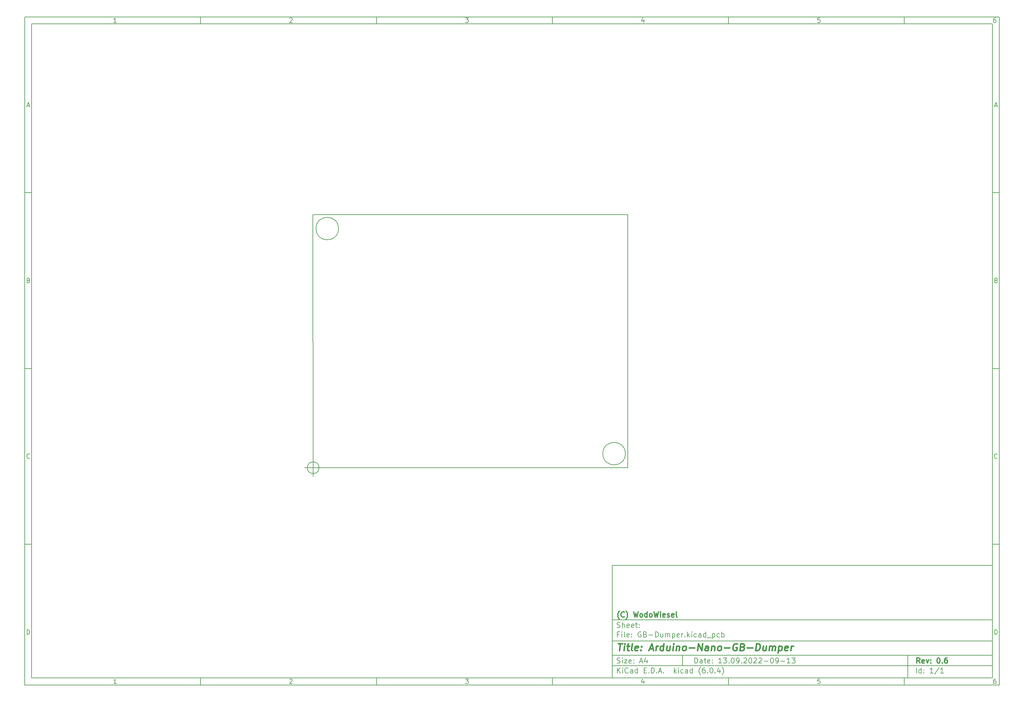
<source format=gbr>
%TF.GenerationSoftware,KiCad,Pcbnew,(6.0.4)*%
%TF.CreationDate,2022-10-03T14:38:54+02:00*%
%TF.ProjectId,GB-Dumper,47422d44-756d-4706-9572-2e6b69636164,0.6*%
%TF.SameCoordinates,PX57bcf00PY83cc3c0*%
%TF.FileFunction,Other,Comment*%
%FSLAX46Y46*%
G04 Gerber Fmt 4.6, Leading zero omitted, Abs format (unit mm)*
G04 Created by KiCad (PCBNEW (6.0.4)) date 2022-10-03 14:38:54*
%MOMM*%
%LPD*%
G01*
G04 APERTURE LIST*
%ADD10C,0.100000*%
%ADD11C,0.150000*%
%ADD12C,0.300000*%
%ADD13C,0.400000*%
%TA.AperFunction,Profile*%
%ADD14C,0.150000*%
%TD*%
G04 APERTURE END LIST*
D10*
D11*
X85002200Y-27807200D02*
X85002200Y-59807200D01*
X193002200Y-59807200D01*
X193002200Y-27807200D01*
X85002200Y-27807200D01*
D10*
D11*
X-82000000Y128200000D02*
X-82000000Y-61807200D01*
X195002200Y-61807200D01*
X195002200Y128200000D01*
X-82000000Y128200000D01*
D10*
D11*
X-80000000Y126200000D02*
X-80000000Y-59807200D01*
X193002200Y-59807200D01*
X193002200Y126200000D01*
X-80000000Y126200000D01*
D10*
D11*
X-32000000Y126200000D02*
X-32000000Y128200000D01*
D10*
D11*
X18000000Y126200000D02*
X18000000Y128200000D01*
D10*
D11*
X68000000Y126200000D02*
X68000000Y128200000D01*
D10*
D11*
X118000000Y126200000D02*
X118000000Y128200000D01*
D10*
D11*
X168000000Y126200000D02*
X168000000Y128200000D01*
D10*
D11*
X-55934524Y126611905D02*
X-56677381Y126611905D01*
X-56305953Y126611905D02*
X-56305953Y127911905D01*
X-56429762Y127726191D01*
X-56553572Y127602381D01*
X-56677381Y127540477D01*
D10*
D11*
X-6677381Y127788096D02*
X-6615477Y127850000D01*
X-6491667Y127911905D01*
X-6182143Y127911905D01*
X-6058334Y127850000D01*
X-5996429Y127788096D01*
X-5934524Y127664286D01*
X-5934524Y127540477D01*
X-5996429Y127354762D01*
X-6739286Y126611905D01*
X-5934524Y126611905D01*
D10*
D11*
X43260714Y127911905D02*
X44065476Y127911905D01*
X43632142Y127416667D01*
X43817857Y127416667D01*
X43941666Y127354762D01*
X44003571Y127292858D01*
X44065476Y127169048D01*
X44065476Y126859524D01*
X44003571Y126735715D01*
X43941666Y126673810D01*
X43817857Y126611905D01*
X43446428Y126611905D01*
X43322619Y126673810D01*
X43260714Y126735715D01*
D10*
D11*
X93941666Y127478572D02*
X93941666Y126611905D01*
X93632142Y127973810D02*
X93322619Y127045239D01*
X94127380Y127045239D01*
D10*
D11*
X144003571Y127911905D02*
X143384523Y127911905D01*
X143322619Y127292858D01*
X143384523Y127354762D01*
X143508333Y127416667D01*
X143817857Y127416667D01*
X143941666Y127354762D01*
X144003571Y127292858D01*
X144065476Y127169048D01*
X144065476Y126859524D01*
X144003571Y126735715D01*
X143941666Y126673810D01*
X143817857Y126611905D01*
X143508333Y126611905D01*
X143384523Y126673810D01*
X143322619Y126735715D01*
D10*
D11*
X193941666Y127911905D02*
X193694047Y127911905D01*
X193570238Y127850000D01*
X193508333Y127788096D01*
X193384523Y127602381D01*
X193322619Y127354762D01*
X193322619Y126859524D01*
X193384523Y126735715D01*
X193446428Y126673810D01*
X193570238Y126611905D01*
X193817857Y126611905D01*
X193941666Y126673810D01*
X194003571Y126735715D01*
X194065476Y126859524D01*
X194065476Y127169048D01*
X194003571Y127292858D01*
X193941666Y127354762D01*
X193817857Y127416667D01*
X193570238Y127416667D01*
X193446428Y127354762D01*
X193384523Y127292858D01*
X193322619Y127169048D01*
D10*
D11*
X-32000000Y-59807200D02*
X-32000000Y-61807200D01*
D10*
D11*
X18000000Y-59807200D02*
X18000000Y-61807200D01*
D10*
D11*
X68000000Y-59807200D02*
X68000000Y-61807200D01*
D10*
D11*
X118000000Y-59807200D02*
X118000000Y-61807200D01*
D10*
D11*
X168000000Y-59807200D02*
X168000000Y-61807200D01*
D10*
D11*
X-55934524Y-61395295D02*
X-56677381Y-61395295D01*
X-56305953Y-61395295D02*
X-56305953Y-60095295D01*
X-56429762Y-60281009D01*
X-56553572Y-60404819D01*
X-56677381Y-60466723D01*
D10*
D11*
X-6677381Y-60219104D02*
X-6615477Y-60157200D01*
X-6491667Y-60095295D01*
X-6182143Y-60095295D01*
X-6058334Y-60157200D01*
X-5996429Y-60219104D01*
X-5934524Y-60342914D01*
X-5934524Y-60466723D01*
X-5996429Y-60652438D01*
X-6739286Y-61395295D01*
X-5934524Y-61395295D01*
D10*
D11*
X43260714Y-60095295D02*
X44065476Y-60095295D01*
X43632142Y-60590533D01*
X43817857Y-60590533D01*
X43941666Y-60652438D01*
X44003571Y-60714342D01*
X44065476Y-60838152D01*
X44065476Y-61147676D01*
X44003571Y-61271485D01*
X43941666Y-61333390D01*
X43817857Y-61395295D01*
X43446428Y-61395295D01*
X43322619Y-61333390D01*
X43260714Y-61271485D01*
D10*
D11*
X93941666Y-60528628D02*
X93941666Y-61395295D01*
X93632142Y-60033390D02*
X93322619Y-60961961D01*
X94127380Y-60961961D01*
D10*
D11*
X144003571Y-60095295D02*
X143384523Y-60095295D01*
X143322619Y-60714342D01*
X143384523Y-60652438D01*
X143508333Y-60590533D01*
X143817857Y-60590533D01*
X143941666Y-60652438D01*
X144003571Y-60714342D01*
X144065476Y-60838152D01*
X144065476Y-61147676D01*
X144003571Y-61271485D01*
X143941666Y-61333390D01*
X143817857Y-61395295D01*
X143508333Y-61395295D01*
X143384523Y-61333390D01*
X143322619Y-61271485D01*
D10*
D11*
X193941666Y-60095295D02*
X193694047Y-60095295D01*
X193570238Y-60157200D01*
X193508333Y-60219104D01*
X193384523Y-60404819D01*
X193322619Y-60652438D01*
X193322619Y-61147676D01*
X193384523Y-61271485D01*
X193446428Y-61333390D01*
X193570238Y-61395295D01*
X193817857Y-61395295D01*
X193941666Y-61333390D01*
X194003571Y-61271485D01*
X194065476Y-61147676D01*
X194065476Y-60838152D01*
X194003571Y-60714342D01*
X193941666Y-60652438D01*
X193817857Y-60590533D01*
X193570238Y-60590533D01*
X193446428Y-60652438D01*
X193384523Y-60714342D01*
X193322619Y-60838152D01*
D10*
D11*
X-82000000Y78200000D02*
X-80000000Y78200000D01*
D10*
D11*
X-82000000Y28200000D02*
X-80000000Y28200000D01*
D10*
D11*
X-82000000Y-21800000D02*
X-80000000Y-21800000D01*
D10*
D11*
X-81309524Y102983334D02*
X-80690477Y102983334D01*
X-81433334Y102611905D02*
X-81000000Y103911905D01*
X-80566667Y102611905D01*
D10*
D11*
X-80907143Y53292858D02*
X-80721429Y53230953D01*
X-80659524Y53169048D01*
X-80597620Y53045239D01*
X-80597620Y52859524D01*
X-80659524Y52735715D01*
X-80721429Y52673810D01*
X-80845239Y52611905D01*
X-81340477Y52611905D01*
X-81340477Y53911905D01*
X-80907143Y53911905D01*
X-80783334Y53850000D01*
X-80721429Y53788096D01*
X-80659524Y53664286D01*
X-80659524Y53540477D01*
X-80721429Y53416667D01*
X-80783334Y53354762D01*
X-80907143Y53292858D01*
X-81340477Y53292858D01*
D10*
D11*
X-80597620Y2735715D02*
X-80659524Y2673810D01*
X-80845239Y2611905D01*
X-80969048Y2611905D01*
X-81154762Y2673810D01*
X-81278572Y2797620D01*
X-81340477Y2921429D01*
X-81402381Y3169048D01*
X-81402381Y3354762D01*
X-81340477Y3602381D01*
X-81278572Y3726191D01*
X-81154762Y3850000D01*
X-80969048Y3911905D01*
X-80845239Y3911905D01*
X-80659524Y3850000D01*
X-80597620Y3788096D01*
D10*
D11*
X-81340477Y-47388095D02*
X-81340477Y-46088095D01*
X-81030953Y-46088095D01*
X-80845239Y-46150000D01*
X-80721429Y-46273809D01*
X-80659524Y-46397619D01*
X-80597620Y-46645238D01*
X-80597620Y-46830952D01*
X-80659524Y-47078571D01*
X-80721429Y-47202380D01*
X-80845239Y-47326190D01*
X-81030953Y-47388095D01*
X-81340477Y-47388095D01*
D10*
D11*
X195002200Y78200000D02*
X193002200Y78200000D01*
D10*
D11*
X195002200Y28200000D02*
X193002200Y28200000D01*
D10*
D11*
X195002200Y-21800000D02*
X193002200Y-21800000D01*
D10*
D11*
X193692676Y102983334D02*
X194311723Y102983334D01*
X193568866Y102611905D02*
X194002200Y103911905D01*
X194435533Y102611905D01*
D10*
D11*
X194095057Y53292858D02*
X194280771Y53230953D01*
X194342676Y53169048D01*
X194404580Y53045239D01*
X194404580Y52859524D01*
X194342676Y52735715D01*
X194280771Y52673810D01*
X194156961Y52611905D01*
X193661723Y52611905D01*
X193661723Y53911905D01*
X194095057Y53911905D01*
X194218866Y53850000D01*
X194280771Y53788096D01*
X194342676Y53664286D01*
X194342676Y53540477D01*
X194280771Y53416667D01*
X194218866Y53354762D01*
X194095057Y53292858D01*
X193661723Y53292858D01*
D10*
D11*
X194404580Y2735715D02*
X194342676Y2673810D01*
X194156961Y2611905D01*
X194033152Y2611905D01*
X193847438Y2673810D01*
X193723628Y2797620D01*
X193661723Y2921429D01*
X193599819Y3169048D01*
X193599819Y3354762D01*
X193661723Y3602381D01*
X193723628Y3726191D01*
X193847438Y3850000D01*
X194033152Y3911905D01*
X194156961Y3911905D01*
X194342676Y3850000D01*
X194404580Y3788096D01*
D10*
D11*
X193661723Y-47388095D02*
X193661723Y-46088095D01*
X193971247Y-46088095D01*
X194156961Y-46150000D01*
X194280771Y-46273809D01*
X194342676Y-46397619D01*
X194404580Y-46645238D01*
X194404580Y-46830952D01*
X194342676Y-47078571D01*
X194280771Y-47202380D01*
X194156961Y-47326190D01*
X193971247Y-47388095D01*
X193661723Y-47388095D01*
D10*
D11*
X108434342Y-55585771D02*
X108434342Y-54085771D01*
X108791485Y-54085771D01*
X109005771Y-54157200D01*
X109148628Y-54300057D01*
X109220057Y-54442914D01*
X109291485Y-54728628D01*
X109291485Y-54942914D01*
X109220057Y-55228628D01*
X109148628Y-55371485D01*
X109005771Y-55514342D01*
X108791485Y-55585771D01*
X108434342Y-55585771D01*
X110577200Y-55585771D02*
X110577200Y-54800057D01*
X110505771Y-54657200D01*
X110362914Y-54585771D01*
X110077200Y-54585771D01*
X109934342Y-54657200D01*
X110577200Y-55514342D02*
X110434342Y-55585771D01*
X110077200Y-55585771D01*
X109934342Y-55514342D01*
X109862914Y-55371485D01*
X109862914Y-55228628D01*
X109934342Y-55085771D01*
X110077200Y-55014342D01*
X110434342Y-55014342D01*
X110577200Y-54942914D01*
X111077200Y-54585771D02*
X111648628Y-54585771D01*
X111291485Y-54085771D02*
X111291485Y-55371485D01*
X111362914Y-55514342D01*
X111505771Y-55585771D01*
X111648628Y-55585771D01*
X112720057Y-55514342D02*
X112577200Y-55585771D01*
X112291485Y-55585771D01*
X112148628Y-55514342D01*
X112077200Y-55371485D01*
X112077200Y-54800057D01*
X112148628Y-54657200D01*
X112291485Y-54585771D01*
X112577200Y-54585771D01*
X112720057Y-54657200D01*
X112791485Y-54800057D01*
X112791485Y-54942914D01*
X112077200Y-55085771D01*
X113434342Y-55442914D02*
X113505771Y-55514342D01*
X113434342Y-55585771D01*
X113362914Y-55514342D01*
X113434342Y-55442914D01*
X113434342Y-55585771D01*
X113434342Y-54657200D02*
X113505771Y-54728628D01*
X113434342Y-54800057D01*
X113362914Y-54728628D01*
X113434342Y-54657200D01*
X113434342Y-54800057D01*
X116077200Y-55585771D02*
X115220057Y-55585771D01*
X115648628Y-55585771D02*
X115648628Y-54085771D01*
X115505771Y-54300057D01*
X115362914Y-54442914D01*
X115220057Y-54514342D01*
X116577200Y-54085771D02*
X117505771Y-54085771D01*
X117005771Y-54657200D01*
X117220057Y-54657200D01*
X117362914Y-54728628D01*
X117434342Y-54800057D01*
X117505771Y-54942914D01*
X117505771Y-55300057D01*
X117434342Y-55442914D01*
X117362914Y-55514342D01*
X117220057Y-55585771D01*
X116791485Y-55585771D01*
X116648628Y-55514342D01*
X116577200Y-55442914D01*
X118148628Y-55442914D02*
X118220057Y-55514342D01*
X118148628Y-55585771D01*
X118077200Y-55514342D01*
X118148628Y-55442914D01*
X118148628Y-55585771D01*
X119148628Y-54085771D02*
X119291485Y-54085771D01*
X119434342Y-54157200D01*
X119505771Y-54228628D01*
X119577200Y-54371485D01*
X119648628Y-54657200D01*
X119648628Y-55014342D01*
X119577200Y-55300057D01*
X119505771Y-55442914D01*
X119434342Y-55514342D01*
X119291485Y-55585771D01*
X119148628Y-55585771D01*
X119005771Y-55514342D01*
X118934342Y-55442914D01*
X118862914Y-55300057D01*
X118791485Y-55014342D01*
X118791485Y-54657200D01*
X118862914Y-54371485D01*
X118934342Y-54228628D01*
X119005771Y-54157200D01*
X119148628Y-54085771D01*
X120362914Y-55585771D02*
X120648628Y-55585771D01*
X120791485Y-55514342D01*
X120862914Y-55442914D01*
X121005771Y-55228628D01*
X121077200Y-54942914D01*
X121077200Y-54371485D01*
X121005771Y-54228628D01*
X120934342Y-54157200D01*
X120791485Y-54085771D01*
X120505771Y-54085771D01*
X120362914Y-54157200D01*
X120291485Y-54228628D01*
X120220057Y-54371485D01*
X120220057Y-54728628D01*
X120291485Y-54871485D01*
X120362914Y-54942914D01*
X120505771Y-55014342D01*
X120791485Y-55014342D01*
X120934342Y-54942914D01*
X121005771Y-54871485D01*
X121077200Y-54728628D01*
X121720057Y-55442914D02*
X121791485Y-55514342D01*
X121720057Y-55585771D01*
X121648628Y-55514342D01*
X121720057Y-55442914D01*
X121720057Y-55585771D01*
X122362914Y-54228628D02*
X122434342Y-54157200D01*
X122577200Y-54085771D01*
X122934342Y-54085771D01*
X123077200Y-54157200D01*
X123148628Y-54228628D01*
X123220057Y-54371485D01*
X123220057Y-54514342D01*
X123148628Y-54728628D01*
X122291485Y-55585771D01*
X123220057Y-55585771D01*
X124148628Y-54085771D02*
X124291485Y-54085771D01*
X124434342Y-54157200D01*
X124505771Y-54228628D01*
X124577200Y-54371485D01*
X124648628Y-54657200D01*
X124648628Y-55014342D01*
X124577200Y-55300057D01*
X124505771Y-55442914D01*
X124434342Y-55514342D01*
X124291485Y-55585771D01*
X124148628Y-55585771D01*
X124005771Y-55514342D01*
X123934342Y-55442914D01*
X123862914Y-55300057D01*
X123791485Y-55014342D01*
X123791485Y-54657200D01*
X123862914Y-54371485D01*
X123934342Y-54228628D01*
X124005771Y-54157200D01*
X124148628Y-54085771D01*
X125220057Y-54228628D02*
X125291485Y-54157200D01*
X125434342Y-54085771D01*
X125791485Y-54085771D01*
X125934342Y-54157200D01*
X126005771Y-54228628D01*
X126077200Y-54371485D01*
X126077200Y-54514342D01*
X126005771Y-54728628D01*
X125148628Y-55585771D01*
X126077200Y-55585771D01*
X126648628Y-54228628D02*
X126720057Y-54157200D01*
X126862914Y-54085771D01*
X127220057Y-54085771D01*
X127362914Y-54157200D01*
X127434342Y-54228628D01*
X127505771Y-54371485D01*
X127505771Y-54514342D01*
X127434342Y-54728628D01*
X126577200Y-55585771D01*
X127505771Y-55585771D01*
X128148628Y-55014342D02*
X129291485Y-55014342D01*
X130291485Y-54085771D02*
X130434342Y-54085771D01*
X130577200Y-54157200D01*
X130648628Y-54228628D01*
X130720057Y-54371485D01*
X130791485Y-54657200D01*
X130791485Y-55014342D01*
X130720057Y-55300057D01*
X130648628Y-55442914D01*
X130577200Y-55514342D01*
X130434342Y-55585771D01*
X130291485Y-55585771D01*
X130148628Y-55514342D01*
X130077200Y-55442914D01*
X130005771Y-55300057D01*
X129934342Y-55014342D01*
X129934342Y-54657200D01*
X130005771Y-54371485D01*
X130077200Y-54228628D01*
X130148628Y-54157200D01*
X130291485Y-54085771D01*
X131505771Y-55585771D02*
X131791485Y-55585771D01*
X131934342Y-55514342D01*
X132005771Y-55442914D01*
X132148628Y-55228628D01*
X132220057Y-54942914D01*
X132220057Y-54371485D01*
X132148628Y-54228628D01*
X132077200Y-54157200D01*
X131934342Y-54085771D01*
X131648628Y-54085771D01*
X131505771Y-54157200D01*
X131434342Y-54228628D01*
X131362914Y-54371485D01*
X131362914Y-54728628D01*
X131434342Y-54871485D01*
X131505771Y-54942914D01*
X131648628Y-55014342D01*
X131934342Y-55014342D01*
X132077200Y-54942914D01*
X132148628Y-54871485D01*
X132220057Y-54728628D01*
X132862914Y-55014342D02*
X134005771Y-55014342D01*
X135505771Y-55585771D02*
X134648628Y-55585771D01*
X135077200Y-55585771D02*
X135077200Y-54085771D01*
X134934342Y-54300057D01*
X134791485Y-54442914D01*
X134648628Y-54514342D01*
X136005771Y-54085771D02*
X136934342Y-54085771D01*
X136434342Y-54657200D01*
X136648628Y-54657200D01*
X136791485Y-54728628D01*
X136862914Y-54800057D01*
X136934342Y-54942914D01*
X136934342Y-55300057D01*
X136862914Y-55442914D01*
X136791485Y-55514342D01*
X136648628Y-55585771D01*
X136220057Y-55585771D01*
X136077200Y-55514342D01*
X136005771Y-55442914D01*
D10*
D11*
X85002200Y-56307200D02*
X193002200Y-56307200D01*
D10*
D11*
X86434342Y-58385771D02*
X86434342Y-56885771D01*
X87291485Y-58385771D02*
X86648628Y-57528628D01*
X87291485Y-56885771D02*
X86434342Y-57742914D01*
X87934342Y-58385771D02*
X87934342Y-57385771D01*
X87934342Y-56885771D02*
X87862914Y-56957200D01*
X87934342Y-57028628D01*
X88005771Y-56957200D01*
X87934342Y-56885771D01*
X87934342Y-57028628D01*
X89505771Y-58242914D02*
X89434342Y-58314342D01*
X89220057Y-58385771D01*
X89077200Y-58385771D01*
X88862914Y-58314342D01*
X88720057Y-58171485D01*
X88648628Y-58028628D01*
X88577200Y-57742914D01*
X88577200Y-57528628D01*
X88648628Y-57242914D01*
X88720057Y-57100057D01*
X88862914Y-56957200D01*
X89077200Y-56885771D01*
X89220057Y-56885771D01*
X89434342Y-56957200D01*
X89505771Y-57028628D01*
X90791485Y-58385771D02*
X90791485Y-57600057D01*
X90720057Y-57457200D01*
X90577200Y-57385771D01*
X90291485Y-57385771D01*
X90148628Y-57457200D01*
X90791485Y-58314342D02*
X90648628Y-58385771D01*
X90291485Y-58385771D01*
X90148628Y-58314342D01*
X90077200Y-58171485D01*
X90077200Y-58028628D01*
X90148628Y-57885771D01*
X90291485Y-57814342D01*
X90648628Y-57814342D01*
X90791485Y-57742914D01*
X92148628Y-58385771D02*
X92148628Y-56885771D01*
X92148628Y-58314342D02*
X92005771Y-58385771D01*
X91720057Y-58385771D01*
X91577200Y-58314342D01*
X91505771Y-58242914D01*
X91434342Y-58100057D01*
X91434342Y-57671485D01*
X91505771Y-57528628D01*
X91577200Y-57457200D01*
X91720057Y-57385771D01*
X92005771Y-57385771D01*
X92148628Y-57457200D01*
X94005771Y-57600057D02*
X94505771Y-57600057D01*
X94720057Y-58385771D02*
X94005771Y-58385771D01*
X94005771Y-56885771D01*
X94720057Y-56885771D01*
X95362914Y-58242914D02*
X95434342Y-58314342D01*
X95362914Y-58385771D01*
X95291485Y-58314342D01*
X95362914Y-58242914D01*
X95362914Y-58385771D01*
X96077200Y-58385771D02*
X96077200Y-56885771D01*
X96434342Y-56885771D01*
X96648628Y-56957200D01*
X96791485Y-57100057D01*
X96862914Y-57242914D01*
X96934342Y-57528628D01*
X96934342Y-57742914D01*
X96862914Y-58028628D01*
X96791485Y-58171485D01*
X96648628Y-58314342D01*
X96434342Y-58385771D01*
X96077200Y-58385771D01*
X97577200Y-58242914D02*
X97648628Y-58314342D01*
X97577200Y-58385771D01*
X97505771Y-58314342D01*
X97577200Y-58242914D01*
X97577200Y-58385771D01*
X98220057Y-57957200D02*
X98934342Y-57957200D01*
X98077200Y-58385771D02*
X98577200Y-56885771D01*
X99077200Y-58385771D01*
X99577200Y-58242914D02*
X99648628Y-58314342D01*
X99577200Y-58385771D01*
X99505771Y-58314342D01*
X99577200Y-58242914D01*
X99577200Y-58385771D01*
X102577200Y-58385771D02*
X102577200Y-56885771D01*
X102720057Y-57814342D02*
X103148628Y-58385771D01*
X103148628Y-57385771D02*
X102577200Y-57957200D01*
X103791485Y-58385771D02*
X103791485Y-57385771D01*
X103791485Y-56885771D02*
X103720057Y-56957200D01*
X103791485Y-57028628D01*
X103862914Y-56957200D01*
X103791485Y-56885771D01*
X103791485Y-57028628D01*
X105148628Y-58314342D02*
X105005771Y-58385771D01*
X104720057Y-58385771D01*
X104577200Y-58314342D01*
X104505771Y-58242914D01*
X104434342Y-58100057D01*
X104434342Y-57671485D01*
X104505771Y-57528628D01*
X104577200Y-57457200D01*
X104720057Y-57385771D01*
X105005771Y-57385771D01*
X105148628Y-57457200D01*
X106434342Y-58385771D02*
X106434342Y-57600057D01*
X106362914Y-57457200D01*
X106220057Y-57385771D01*
X105934342Y-57385771D01*
X105791485Y-57457200D01*
X106434342Y-58314342D02*
X106291485Y-58385771D01*
X105934342Y-58385771D01*
X105791485Y-58314342D01*
X105720057Y-58171485D01*
X105720057Y-58028628D01*
X105791485Y-57885771D01*
X105934342Y-57814342D01*
X106291485Y-57814342D01*
X106434342Y-57742914D01*
X107791485Y-58385771D02*
X107791485Y-56885771D01*
X107791485Y-58314342D02*
X107648628Y-58385771D01*
X107362914Y-58385771D01*
X107220057Y-58314342D01*
X107148628Y-58242914D01*
X107077200Y-58100057D01*
X107077200Y-57671485D01*
X107148628Y-57528628D01*
X107220057Y-57457200D01*
X107362914Y-57385771D01*
X107648628Y-57385771D01*
X107791485Y-57457200D01*
X110077200Y-58957200D02*
X110005771Y-58885771D01*
X109862914Y-58671485D01*
X109791485Y-58528628D01*
X109720057Y-58314342D01*
X109648628Y-57957200D01*
X109648628Y-57671485D01*
X109720057Y-57314342D01*
X109791485Y-57100057D01*
X109862914Y-56957200D01*
X110005771Y-56742914D01*
X110077200Y-56671485D01*
X111291485Y-56885771D02*
X111005771Y-56885771D01*
X110862914Y-56957200D01*
X110791485Y-57028628D01*
X110648628Y-57242914D01*
X110577200Y-57528628D01*
X110577200Y-58100057D01*
X110648628Y-58242914D01*
X110720057Y-58314342D01*
X110862914Y-58385771D01*
X111148628Y-58385771D01*
X111291485Y-58314342D01*
X111362914Y-58242914D01*
X111434342Y-58100057D01*
X111434342Y-57742914D01*
X111362914Y-57600057D01*
X111291485Y-57528628D01*
X111148628Y-57457200D01*
X110862914Y-57457200D01*
X110720057Y-57528628D01*
X110648628Y-57600057D01*
X110577200Y-57742914D01*
X112077200Y-58242914D02*
X112148628Y-58314342D01*
X112077200Y-58385771D01*
X112005771Y-58314342D01*
X112077200Y-58242914D01*
X112077200Y-58385771D01*
X113077200Y-56885771D02*
X113220057Y-56885771D01*
X113362914Y-56957200D01*
X113434342Y-57028628D01*
X113505771Y-57171485D01*
X113577200Y-57457200D01*
X113577200Y-57814342D01*
X113505771Y-58100057D01*
X113434342Y-58242914D01*
X113362914Y-58314342D01*
X113220057Y-58385771D01*
X113077200Y-58385771D01*
X112934342Y-58314342D01*
X112862914Y-58242914D01*
X112791485Y-58100057D01*
X112720057Y-57814342D01*
X112720057Y-57457200D01*
X112791485Y-57171485D01*
X112862914Y-57028628D01*
X112934342Y-56957200D01*
X113077200Y-56885771D01*
X114220057Y-58242914D02*
X114291485Y-58314342D01*
X114220057Y-58385771D01*
X114148628Y-58314342D01*
X114220057Y-58242914D01*
X114220057Y-58385771D01*
X115577200Y-57385771D02*
X115577200Y-58385771D01*
X115220057Y-56814342D02*
X114862914Y-57885771D01*
X115791485Y-57885771D01*
X116220057Y-58957200D02*
X116291485Y-58885771D01*
X116434342Y-58671485D01*
X116505771Y-58528628D01*
X116577200Y-58314342D01*
X116648628Y-57957200D01*
X116648628Y-57671485D01*
X116577200Y-57314342D01*
X116505771Y-57100057D01*
X116434342Y-56957200D01*
X116291485Y-56742914D01*
X116220057Y-56671485D01*
D10*
D11*
X85002200Y-53307200D02*
X193002200Y-53307200D01*
D10*
D12*
X172411485Y-55585771D02*
X171911485Y-54871485D01*
X171554342Y-55585771D02*
X171554342Y-54085771D01*
X172125771Y-54085771D01*
X172268628Y-54157200D01*
X172340057Y-54228628D01*
X172411485Y-54371485D01*
X172411485Y-54585771D01*
X172340057Y-54728628D01*
X172268628Y-54800057D01*
X172125771Y-54871485D01*
X171554342Y-54871485D01*
X173625771Y-55514342D02*
X173482914Y-55585771D01*
X173197200Y-55585771D01*
X173054342Y-55514342D01*
X172982914Y-55371485D01*
X172982914Y-54800057D01*
X173054342Y-54657200D01*
X173197200Y-54585771D01*
X173482914Y-54585771D01*
X173625771Y-54657200D01*
X173697200Y-54800057D01*
X173697200Y-54942914D01*
X172982914Y-55085771D01*
X174197200Y-54585771D02*
X174554342Y-55585771D01*
X174911485Y-54585771D01*
X175482914Y-55442914D02*
X175554342Y-55514342D01*
X175482914Y-55585771D01*
X175411485Y-55514342D01*
X175482914Y-55442914D01*
X175482914Y-55585771D01*
X175482914Y-54657200D02*
X175554342Y-54728628D01*
X175482914Y-54800057D01*
X175411485Y-54728628D01*
X175482914Y-54657200D01*
X175482914Y-54800057D01*
X177625771Y-54085771D02*
X177768628Y-54085771D01*
X177911485Y-54157200D01*
X177982914Y-54228628D01*
X178054342Y-54371485D01*
X178125771Y-54657200D01*
X178125771Y-55014342D01*
X178054342Y-55300057D01*
X177982914Y-55442914D01*
X177911485Y-55514342D01*
X177768628Y-55585771D01*
X177625771Y-55585771D01*
X177482914Y-55514342D01*
X177411485Y-55442914D01*
X177340057Y-55300057D01*
X177268628Y-55014342D01*
X177268628Y-54657200D01*
X177340057Y-54371485D01*
X177411485Y-54228628D01*
X177482914Y-54157200D01*
X177625771Y-54085771D01*
X178768628Y-55442914D02*
X178840057Y-55514342D01*
X178768628Y-55585771D01*
X178697200Y-55514342D01*
X178768628Y-55442914D01*
X178768628Y-55585771D01*
X180125771Y-54085771D02*
X179840057Y-54085771D01*
X179697200Y-54157200D01*
X179625771Y-54228628D01*
X179482914Y-54442914D01*
X179411485Y-54728628D01*
X179411485Y-55300057D01*
X179482914Y-55442914D01*
X179554342Y-55514342D01*
X179697200Y-55585771D01*
X179982914Y-55585771D01*
X180125771Y-55514342D01*
X180197200Y-55442914D01*
X180268628Y-55300057D01*
X180268628Y-54942914D01*
X180197200Y-54800057D01*
X180125771Y-54728628D01*
X179982914Y-54657200D01*
X179697200Y-54657200D01*
X179554342Y-54728628D01*
X179482914Y-54800057D01*
X179411485Y-54942914D01*
D10*
D11*
X86362914Y-55514342D02*
X86577200Y-55585771D01*
X86934342Y-55585771D01*
X87077200Y-55514342D01*
X87148628Y-55442914D01*
X87220057Y-55300057D01*
X87220057Y-55157200D01*
X87148628Y-55014342D01*
X87077200Y-54942914D01*
X86934342Y-54871485D01*
X86648628Y-54800057D01*
X86505771Y-54728628D01*
X86434342Y-54657200D01*
X86362914Y-54514342D01*
X86362914Y-54371485D01*
X86434342Y-54228628D01*
X86505771Y-54157200D01*
X86648628Y-54085771D01*
X87005771Y-54085771D01*
X87220057Y-54157200D01*
X87862914Y-55585771D02*
X87862914Y-54585771D01*
X87862914Y-54085771D02*
X87791485Y-54157200D01*
X87862914Y-54228628D01*
X87934342Y-54157200D01*
X87862914Y-54085771D01*
X87862914Y-54228628D01*
X88434342Y-54585771D02*
X89220057Y-54585771D01*
X88434342Y-55585771D01*
X89220057Y-55585771D01*
X90362914Y-55514342D02*
X90220057Y-55585771D01*
X89934342Y-55585771D01*
X89791485Y-55514342D01*
X89720057Y-55371485D01*
X89720057Y-54800057D01*
X89791485Y-54657200D01*
X89934342Y-54585771D01*
X90220057Y-54585771D01*
X90362914Y-54657200D01*
X90434342Y-54800057D01*
X90434342Y-54942914D01*
X89720057Y-55085771D01*
X91077200Y-55442914D02*
X91148628Y-55514342D01*
X91077200Y-55585771D01*
X91005771Y-55514342D01*
X91077200Y-55442914D01*
X91077200Y-55585771D01*
X91077200Y-54657200D02*
X91148628Y-54728628D01*
X91077200Y-54800057D01*
X91005771Y-54728628D01*
X91077200Y-54657200D01*
X91077200Y-54800057D01*
X92862914Y-55157200D02*
X93577200Y-55157200D01*
X92720057Y-55585771D02*
X93220057Y-54085771D01*
X93720057Y-55585771D01*
X94862914Y-54585771D02*
X94862914Y-55585771D01*
X94505771Y-54014342D02*
X94148628Y-55085771D01*
X95077200Y-55085771D01*
D10*
D11*
X171434342Y-58385771D02*
X171434342Y-56885771D01*
X172791485Y-58385771D02*
X172791485Y-56885771D01*
X172791485Y-58314342D02*
X172648628Y-58385771D01*
X172362914Y-58385771D01*
X172220057Y-58314342D01*
X172148628Y-58242914D01*
X172077200Y-58100057D01*
X172077200Y-57671485D01*
X172148628Y-57528628D01*
X172220057Y-57457200D01*
X172362914Y-57385771D01*
X172648628Y-57385771D01*
X172791485Y-57457200D01*
X173505771Y-58242914D02*
X173577200Y-58314342D01*
X173505771Y-58385771D01*
X173434342Y-58314342D01*
X173505771Y-58242914D01*
X173505771Y-58385771D01*
X173505771Y-57457200D02*
X173577200Y-57528628D01*
X173505771Y-57600057D01*
X173434342Y-57528628D01*
X173505771Y-57457200D01*
X173505771Y-57600057D01*
X176148628Y-58385771D02*
X175291485Y-58385771D01*
X175720057Y-58385771D02*
X175720057Y-56885771D01*
X175577200Y-57100057D01*
X175434342Y-57242914D01*
X175291485Y-57314342D01*
X177862914Y-56814342D02*
X176577200Y-58742914D01*
X179148628Y-58385771D02*
X178291485Y-58385771D01*
X178720057Y-58385771D02*
X178720057Y-56885771D01*
X178577200Y-57100057D01*
X178434342Y-57242914D01*
X178291485Y-57314342D01*
D10*
D11*
X85002200Y-49307200D02*
X193002200Y-49307200D01*
D10*
D13*
X86714580Y-50011961D02*
X87857438Y-50011961D01*
X87036009Y-52011961D02*
X87286009Y-50011961D01*
X88274104Y-52011961D02*
X88440771Y-50678628D01*
X88524104Y-50011961D02*
X88416961Y-50107200D01*
X88500295Y-50202438D01*
X88607438Y-50107200D01*
X88524104Y-50011961D01*
X88500295Y-50202438D01*
X89107438Y-50678628D02*
X89869342Y-50678628D01*
X89476485Y-50011961D02*
X89262200Y-51726247D01*
X89333628Y-51916723D01*
X89512200Y-52011961D01*
X89702676Y-52011961D01*
X90655057Y-52011961D02*
X90476485Y-51916723D01*
X90405057Y-51726247D01*
X90619342Y-50011961D01*
X92190771Y-51916723D02*
X91988390Y-52011961D01*
X91607438Y-52011961D01*
X91428866Y-51916723D01*
X91357438Y-51726247D01*
X91452676Y-50964342D01*
X91571723Y-50773866D01*
X91774104Y-50678628D01*
X92155057Y-50678628D01*
X92333628Y-50773866D01*
X92405057Y-50964342D01*
X92381247Y-51154819D01*
X91405057Y-51345295D01*
X93155057Y-51821485D02*
X93238390Y-51916723D01*
X93131247Y-52011961D01*
X93047914Y-51916723D01*
X93155057Y-51821485D01*
X93131247Y-52011961D01*
X93286009Y-50773866D02*
X93369342Y-50869104D01*
X93262200Y-50964342D01*
X93178866Y-50869104D01*
X93286009Y-50773866D01*
X93262200Y-50964342D01*
X95583628Y-51440533D02*
X96536009Y-51440533D01*
X95321723Y-52011961D02*
X96238390Y-50011961D01*
X96655057Y-52011961D01*
X97321723Y-52011961D02*
X97488390Y-50678628D01*
X97440771Y-51059580D02*
X97559819Y-50869104D01*
X97666961Y-50773866D01*
X97869342Y-50678628D01*
X98059819Y-50678628D01*
X99416961Y-52011961D02*
X99666961Y-50011961D01*
X99428866Y-51916723D02*
X99226485Y-52011961D01*
X98845533Y-52011961D01*
X98666961Y-51916723D01*
X98583628Y-51821485D01*
X98512200Y-51631009D01*
X98583628Y-51059580D01*
X98702676Y-50869104D01*
X98809819Y-50773866D01*
X99012200Y-50678628D01*
X99393152Y-50678628D01*
X99571723Y-50773866D01*
X101393152Y-50678628D02*
X101226485Y-52011961D01*
X100536009Y-50678628D02*
X100405057Y-51726247D01*
X100476485Y-51916723D01*
X100655057Y-52011961D01*
X100940771Y-52011961D01*
X101143152Y-51916723D01*
X101250295Y-51821485D01*
X102178866Y-52011961D02*
X102345533Y-50678628D01*
X102428866Y-50011961D02*
X102321723Y-50107200D01*
X102405057Y-50202438D01*
X102512200Y-50107200D01*
X102428866Y-50011961D01*
X102405057Y-50202438D01*
X103297914Y-50678628D02*
X103131247Y-52011961D01*
X103274104Y-50869104D02*
X103381247Y-50773866D01*
X103583628Y-50678628D01*
X103869342Y-50678628D01*
X104047914Y-50773866D01*
X104119342Y-50964342D01*
X103988390Y-52011961D01*
X105226485Y-52011961D02*
X105047914Y-51916723D01*
X104964580Y-51821485D01*
X104893152Y-51631009D01*
X104964580Y-51059580D01*
X105083628Y-50869104D01*
X105190771Y-50773866D01*
X105393152Y-50678628D01*
X105678866Y-50678628D01*
X105857438Y-50773866D01*
X105940771Y-50869104D01*
X106012200Y-51059580D01*
X105940771Y-51631009D01*
X105821723Y-51821485D01*
X105714580Y-51916723D01*
X105512200Y-52011961D01*
X105226485Y-52011961D01*
X106845533Y-51250057D02*
X108369342Y-51250057D01*
X109226485Y-52011961D02*
X109476485Y-50011961D01*
X110369342Y-52011961D01*
X110619342Y-50011961D01*
X112178866Y-52011961D02*
X112309819Y-50964342D01*
X112238390Y-50773866D01*
X112059819Y-50678628D01*
X111678866Y-50678628D01*
X111476485Y-50773866D01*
X112190771Y-51916723D02*
X111988390Y-52011961D01*
X111512200Y-52011961D01*
X111333628Y-51916723D01*
X111262200Y-51726247D01*
X111286009Y-51535771D01*
X111405057Y-51345295D01*
X111607438Y-51250057D01*
X112083628Y-51250057D01*
X112286009Y-51154819D01*
X113297914Y-50678628D02*
X113131247Y-52011961D01*
X113274104Y-50869104D02*
X113381247Y-50773866D01*
X113583628Y-50678628D01*
X113869342Y-50678628D01*
X114047914Y-50773866D01*
X114119342Y-50964342D01*
X113988390Y-52011961D01*
X115226485Y-52011961D02*
X115047914Y-51916723D01*
X114964580Y-51821485D01*
X114893152Y-51631009D01*
X114964580Y-51059580D01*
X115083628Y-50869104D01*
X115190771Y-50773866D01*
X115393152Y-50678628D01*
X115678866Y-50678628D01*
X115857438Y-50773866D01*
X115940771Y-50869104D01*
X116012200Y-51059580D01*
X115940771Y-51631009D01*
X115821723Y-51821485D01*
X115714580Y-51916723D01*
X115512200Y-52011961D01*
X115226485Y-52011961D01*
X116845533Y-51250057D02*
X118369342Y-51250057D01*
X120512200Y-50107200D02*
X120333628Y-50011961D01*
X120047914Y-50011961D01*
X119750295Y-50107200D01*
X119536009Y-50297676D01*
X119416961Y-50488152D01*
X119274104Y-50869104D01*
X119238390Y-51154819D01*
X119286009Y-51535771D01*
X119357438Y-51726247D01*
X119524104Y-51916723D01*
X119797914Y-52011961D01*
X119988390Y-52011961D01*
X120286009Y-51916723D01*
X120393152Y-51821485D01*
X120476485Y-51154819D01*
X120095533Y-51154819D01*
X122024104Y-50964342D02*
X122297914Y-51059580D01*
X122381247Y-51154819D01*
X122452676Y-51345295D01*
X122416961Y-51631009D01*
X122297914Y-51821485D01*
X122190771Y-51916723D01*
X121988390Y-52011961D01*
X121226485Y-52011961D01*
X121476485Y-50011961D01*
X122143152Y-50011961D01*
X122321723Y-50107200D01*
X122405057Y-50202438D01*
X122476485Y-50392914D01*
X122452676Y-50583390D01*
X122333628Y-50773866D01*
X122226485Y-50869104D01*
X122024104Y-50964342D01*
X121357438Y-50964342D01*
X123321723Y-51250057D02*
X124845533Y-51250057D01*
X125702676Y-52011961D02*
X125952676Y-50011961D01*
X126428866Y-50011961D01*
X126702676Y-50107200D01*
X126869342Y-50297676D01*
X126940771Y-50488152D01*
X126988390Y-50869104D01*
X126952676Y-51154819D01*
X126809819Y-51535771D01*
X126690771Y-51726247D01*
X126476485Y-51916723D01*
X126178866Y-52011961D01*
X125702676Y-52011961D01*
X128726485Y-50678628D02*
X128559819Y-52011961D01*
X127869342Y-50678628D02*
X127738390Y-51726247D01*
X127809819Y-51916723D01*
X127988390Y-52011961D01*
X128274104Y-52011961D01*
X128476485Y-51916723D01*
X128583628Y-51821485D01*
X129512200Y-52011961D02*
X129678866Y-50678628D01*
X129655057Y-50869104D02*
X129762200Y-50773866D01*
X129964580Y-50678628D01*
X130250295Y-50678628D01*
X130428866Y-50773866D01*
X130500295Y-50964342D01*
X130369342Y-52011961D01*
X130500295Y-50964342D02*
X130619342Y-50773866D01*
X130821723Y-50678628D01*
X131107438Y-50678628D01*
X131286009Y-50773866D01*
X131357438Y-50964342D01*
X131226485Y-52011961D01*
X132345533Y-50678628D02*
X132095533Y-52678628D01*
X132333628Y-50773866D02*
X132536009Y-50678628D01*
X132916961Y-50678628D01*
X133095533Y-50773866D01*
X133178866Y-50869104D01*
X133250295Y-51059580D01*
X133178866Y-51631009D01*
X133059819Y-51821485D01*
X132952676Y-51916723D01*
X132750295Y-52011961D01*
X132369342Y-52011961D01*
X132190771Y-51916723D01*
X134762200Y-51916723D02*
X134559819Y-52011961D01*
X134178866Y-52011961D01*
X134000295Y-51916723D01*
X133928866Y-51726247D01*
X134024104Y-50964342D01*
X134143152Y-50773866D01*
X134345533Y-50678628D01*
X134726485Y-50678628D01*
X134905057Y-50773866D01*
X134976485Y-50964342D01*
X134952676Y-51154819D01*
X133976485Y-51345295D01*
X135702676Y-52011961D02*
X135869342Y-50678628D01*
X135821723Y-51059580D02*
X135940771Y-50869104D01*
X136047914Y-50773866D01*
X136250295Y-50678628D01*
X136440771Y-50678628D01*
D10*
D11*
X86934342Y-47400057D02*
X86434342Y-47400057D01*
X86434342Y-48185771D02*
X86434342Y-46685771D01*
X87148628Y-46685771D01*
X87720057Y-48185771D02*
X87720057Y-47185771D01*
X87720057Y-46685771D02*
X87648628Y-46757200D01*
X87720057Y-46828628D01*
X87791485Y-46757200D01*
X87720057Y-46685771D01*
X87720057Y-46828628D01*
X88648628Y-48185771D02*
X88505771Y-48114342D01*
X88434342Y-47971485D01*
X88434342Y-46685771D01*
X89791485Y-48114342D02*
X89648628Y-48185771D01*
X89362914Y-48185771D01*
X89220057Y-48114342D01*
X89148628Y-47971485D01*
X89148628Y-47400057D01*
X89220057Y-47257200D01*
X89362914Y-47185771D01*
X89648628Y-47185771D01*
X89791485Y-47257200D01*
X89862914Y-47400057D01*
X89862914Y-47542914D01*
X89148628Y-47685771D01*
X90505771Y-48042914D02*
X90577200Y-48114342D01*
X90505771Y-48185771D01*
X90434342Y-48114342D01*
X90505771Y-48042914D01*
X90505771Y-48185771D01*
X90505771Y-47257200D02*
X90577200Y-47328628D01*
X90505771Y-47400057D01*
X90434342Y-47328628D01*
X90505771Y-47257200D01*
X90505771Y-47400057D01*
X93148628Y-46757200D02*
X93005771Y-46685771D01*
X92791485Y-46685771D01*
X92577200Y-46757200D01*
X92434342Y-46900057D01*
X92362914Y-47042914D01*
X92291485Y-47328628D01*
X92291485Y-47542914D01*
X92362914Y-47828628D01*
X92434342Y-47971485D01*
X92577200Y-48114342D01*
X92791485Y-48185771D01*
X92934342Y-48185771D01*
X93148628Y-48114342D01*
X93220057Y-48042914D01*
X93220057Y-47542914D01*
X92934342Y-47542914D01*
X94362914Y-47400057D02*
X94577200Y-47471485D01*
X94648628Y-47542914D01*
X94720057Y-47685771D01*
X94720057Y-47900057D01*
X94648628Y-48042914D01*
X94577200Y-48114342D01*
X94434342Y-48185771D01*
X93862914Y-48185771D01*
X93862914Y-46685771D01*
X94362914Y-46685771D01*
X94505771Y-46757200D01*
X94577200Y-46828628D01*
X94648628Y-46971485D01*
X94648628Y-47114342D01*
X94577200Y-47257200D01*
X94505771Y-47328628D01*
X94362914Y-47400057D01*
X93862914Y-47400057D01*
X95362914Y-47614342D02*
X96505771Y-47614342D01*
X97220057Y-48185771D02*
X97220057Y-46685771D01*
X97577200Y-46685771D01*
X97791485Y-46757200D01*
X97934342Y-46900057D01*
X98005771Y-47042914D01*
X98077200Y-47328628D01*
X98077200Y-47542914D01*
X98005771Y-47828628D01*
X97934342Y-47971485D01*
X97791485Y-48114342D01*
X97577200Y-48185771D01*
X97220057Y-48185771D01*
X99362914Y-47185771D02*
X99362914Y-48185771D01*
X98720057Y-47185771D02*
X98720057Y-47971485D01*
X98791485Y-48114342D01*
X98934342Y-48185771D01*
X99148628Y-48185771D01*
X99291485Y-48114342D01*
X99362914Y-48042914D01*
X100077200Y-48185771D02*
X100077200Y-47185771D01*
X100077200Y-47328628D02*
X100148628Y-47257200D01*
X100291485Y-47185771D01*
X100505771Y-47185771D01*
X100648628Y-47257200D01*
X100720057Y-47400057D01*
X100720057Y-48185771D01*
X100720057Y-47400057D02*
X100791485Y-47257200D01*
X100934342Y-47185771D01*
X101148628Y-47185771D01*
X101291485Y-47257200D01*
X101362914Y-47400057D01*
X101362914Y-48185771D01*
X102077200Y-47185771D02*
X102077200Y-48685771D01*
X102077200Y-47257200D02*
X102220057Y-47185771D01*
X102505771Y-47185771D01*
X102648628Y-47257200D01*
X102720057Y-47328628D01*
X102791485Y-47471485D01*
X102791485Y-47900057D01*
X102720057Y-48042914D01*
X102648628Y-48114342D01*
X102505771Y-48185771D01*
X102220057Y-48185771D01*
X102077200Y-48114342D01*
X104005771Y-48114342D02*
X103862914Y-48185771D01*
X103577200Y-48185771D01*
X103434342Y-48114342D01*
X103362914Y-47971485D01*
X103362914Y-47400057D01*
X103434342Y-47257200D01*
X103577200Y-47185771D01*
X103862914Y-47185771D01*
X104005771Y-47257200D01*
X104077200Y-47400057D01*
X104077200Y-47542914D01*
X103362914Y-47685771D01*
X104720057Y-48185771D02*
X104720057Y-47185771D01*
X104720057Y-47471485D02*
X104791485Y-47328628D01*
X104862914Y-47257200D01*
X105005771Y-47185771D01*
X105148628Y-47185771D01*
X105648628Y-48042914D02*
X105720057Y-48114342D01*
X105648628Y-48185771D01*
X105577200Y-48114342D01*
X105648628Y-48042914D01*
X105648628Y-48185771D01*
X106362914Y-48185771D02*
X106362914Y-46685771D01*
X106505771Y-47614342D02*
X106934342Y-48185771D01*
X106934342Y-47185771D02*
X106362914Y-47757200D01*
X107577200Y-48185771D02*
X107577200Y-47185771D01*
X107577200Y-46685771D02*
X107505771Y-46757200D01*
X107577200Y-46828628D01*
X107648628Y-46757200D01*
X107577200Y-46685771D01*
X107577200Y-46828628D01*
X108934342Y-48114342D02*
X108791485Y-48185771D01*
X108505771Y-48185771D01*
X108362914Y-48114342D01*
X108291485Y-48042914D01*
X108220057Y-47900057D01*
X108220057Y-47471485D01*
X108291485Y-47328628D01*
X108362914Y-47257200D01*
X108505771Y-47185771D01*
X108791485Y-47185771D01*
X108934342Y-47257200D01*
X110220057Y-48185771D02*
X110220057Y-47400057D01*
X110148628Y-47257200D01*
X110005771Y-47185771D01*
X109720057Y-47185771D01*
X109577200Y-47257200D01*
X110220057Y-48114342D02*
X110077200Y-48185771D01*
X109720057Y-48185771D01*
X109577200Y-48114342D01*
X109505771Y-47971485D01*
X109505771Y-47828628D01*
X109577200Y-47685771D01*
X109720057Y-47614342D01*
X110077200Y-47614342D01*
X110220057Y-47542914D01*
X111577200Y-48185771D02*
X111577200Y-46685771D01*
X111577200Y-48114342D02*
X111434342Y-48185771D01*
X111148628Y-48185771D01*
X111005771Y-48114342D01*
X110934342Y-48042914D01*
X110862914Y-47900057D01*
X110862914Y-47471485D01*
X110934342Y-47328628D01*
X111005771Y-47257200D01*
X111148628Y-47185771D01*
X111434342Y-47185771D01*
X111577200Y-47257200D01*
X111934342Y-48328628D02*
X113077200Y-48328628D01*
X113434342Y-47185771D02*
X113434342Y-48685771D01*
X113434342Y-47257200D02*
X113577200Y-47185771D01*
X113862914Y-47185771D01*
X114005771Y-47257200D01*
X114077200Y-47328628D01*
X114148628Y-47471485D01*
X114148628Y-47900057D01*
X114077200Y-48042914D01*
X114005771Y-48114342D01*
X113862914Y-48185771D01*
X113577200Y-48185771D01*
X113434342Y-48114342D01*
X115434342Y-48114342D02*
X115291485Y-48185771D01*
X115005771Y-48185771D01*
X114862914Y-48114342D01*
X114791485Y-48042914D01*
X114720057Y-47900057D01*
X114720057Y-47471485D01*
X114791485Y-47328628D01*
X114862914Y-47257200D01*
X115005771Y-47185771D01*
X115291485Y-47185771D01*
X115434342Y-47257200D01*
X116077200Y-48185771D02*
X116077200Y-46685771D01*
X116077200Y-47257200D02*
X116220057Y-47185771D01*
X116505771Y-47185771D01*
X116648628Y-47257200D01*
X116720057Y-47328628D01*
X116791485Y-47471485D01*
X116791485Y-47900057D01*
X116720057Y-48042914D01*
X116648628Y-48114342D01*
X116505771Y-48185771D01*
X116220057Y-48185771D01*
X116077200Y-48114342D01*
D10*
D11*
X85002200Y-43307200D02*
X193002200Y-43307200D01*
D10*
D11*
X86362914Y-45414342D02*
X86577200Y-45485771D01*
X86934342Y-45485771D01*
X87077200Y-45414342D01*
X87148628Y-45342914D01*
X87220057Y-45200057D01*
X87220057Y-45057200D01*
X87148628Y-44914342D01*
X87077200Y-44842914D01*
X86934342Y-44771485D01*
X86648628Y-44700057D01*
X86505771Y-44628628D01*
X86434342Y-44557200D01*
X86362914Y-44414342D01*
X86362914Y-44271485D01*
X86434342Y-44128628D01*
X86505771Y-44057200D01*
X86648628Y-43985771D01*
X87005771Y-43985771D01*
X87220057Y-44057200D01*
X87862914Y-45485771D02*
X87862914Y-43985771D01*
X88505771Y-45485771D02*
X88505771Y-44700057D01*
X88434342Y-44557200D01*
X88291485Y-44485771D01*
X88077200Y-44485771D01*
X87934342Y-44557200D01*
X87862914Y-44628628D01*
X89791485Y-45414342D02*
X89648628Y-45485771D01*
X89362914Y-45485771D01*
X89220057Y-45414342D01*
X89148628Y-45271485D01*
X89148628Y-44700057D01*
X89220057Y-44557200D01*
X89362914Y-44485771D01*
X89648628Y-44485771D01*
X89791485Y-44557200D01*
X89862914Y-44700057D01*
X89862914Y-44842914D01*
X89148628Y-44985771D01*
X91077200Y-45414342D02*
X90934342Y-45485771D01*
X90648628Y-45485771D01*
X90505771Y-45414342D01*
X90434342Y-45271485D01*
X90434342Y-44700057D01*
X90505771Y-44557200D01*
X90648628Y-44485771D01*
X90934342Y-44485771D01*
X91077200Y-44557200D01*
X91148628Y-44700057D01*
X91148628Y-44842914D01*
X90434342Y-44985771D01*
X91577200Y-44485771D02*
X92148628Y-44485771D01*
X91791485Y-43985771D02*
X91791485Y-45271485D01*
X91862914Y-45414342D01*
X92005771Y-45485771D01*
X92148628Y-45485771D01*
X92648628Y-45342914D02*
X92720057Y-45414342D01*
X92648628Y-45485771D01*
X92577200Y-45414342D01*
X92648628Y-45342914D01*
X92648628Y-45485771D01*
X92648628Y-44557200D02*
X92720057Y-44628628D01*
X92648628Y-44700057D01*
X92577200Y-44628628D01*
X92648628Y-44557200D01*
X92648628Y-44700057D01*
D10*
D12*
X86982914Y-43057200D02*
X86911485Y-42985771D01*
X86768628Y-42771485D01*
X86697200Y-42628628D01*
X86625771Y-42414342D01*
X86554342Y-42057200D01*
X86554342Y-41771485D01*
X86625771Y-41414342D01*
X86697200Y-41200057D01*
X86768628Y-41057200D01*
X86911485Y-40842914D01*
X86982914Y-40771485D01*
X88411485Y-42342914D02*
X88340057Y-42414342D01*
X88125771Y-42485771D01*
X87982914Y-42485771D01*
X87768628Y-42414342D01*
X87625771Y-42271485D01*
X87554342Y-42128628D01*
X87482914Y-41842914D01*
X87482914Y-41628628D01*
X87554342Y-41342914D01*
X87625771Y-41200057D01*
X87768628Y-41057200D01*
X87982914Y-40985771D01*
X88125771Y-40985771D01*
X88340057Y-41057200D01*
X88411485Y-41128628D01*
X88911485Y-43057200D02*
X88982914Y-42985771D01*
X89125771Y-42771485D01*
X89197200Y-42628628D01*
X89268628Y-42414342D01*
X89340057Y-42057200D01*
X89340057Y-41771485D01*
X89268628Y-41414342D01*
X89197200Y-41200057D01*
X89125771Y-41057200D01*
X88982914Y-40842914D01*
X88911485Y-40771485D01*
X91054342Y-40985771D02*
X91411485Y-42485771D01*
X91697200Y-41414342D01*
X91982914Y-42485771D01*
X92340057Y-40985771D01*
X93125771Y-42485771D02*
X92982914Y-42414342D01*
X92911485Y-42342914D01*
X92840057Y-42200057D01*
X92840057Y-41771485D01*
X92911485Y-41628628D01*
X92982914Y-41557200D01*
X93125771Y-41485771D01*
X93340057Y-41485771D01*
X93482914Y-41557200D01*
X93554342Y-41628628D01*
X93625771Y-41771485D01*
X93625771Y-42200057D01*
X93554342Y-42342914D01*
X93482914Y-42414342D01*
X93340057Y-42485771D01*
X93125771Y-42485771D01*
X94911485Y-42485771D02*
X94911485Y-40985771D01*
X94911485Y-42414342D02*
X94768628Y-42485771D01*
X94482914Y-42485771D01*
X94340057Y-42414342D01*
X94268628Y-42342914D01*
X94197200Y-42200057D01*
X94197200Y-41771485D01*
X94268628Y-41628628D01*
X94340057Y-41557200D01*
X94482914Y-41485771D01*
X94768628Y-41485771D01*
X94911485Y-41557200D01*
X95840057Y-42485771D02*
X95697200Y-42414342D01*
X95625771Y-42342914D01*
X95554342Y-42200057D01*
X95554342Y-41771485D01*
X95625771Y-41628628D01*
X95697200Y-41557200D01*
X95840057Y-41485771D01*
X96054342Y-41485771D01*
X96197200Y-41557200D01*
X96268628Y-41628628D01*
X96340057Y-41771485D01*
X96340057Y-42200057D01*
X96268628Y-42342914D01*
X96197200Y-42414342D01*
X96054342Y-42485771D01*
X95840057Y-42485771D01*
X96840057Y-40985771D02*
X97197200Y-42485771D01*
X97482914Y-41414342D01*
X97768628Y-42485771D01*
X98125771Y-40985771D01*
X98697200Y-42485771D02*
X98697200Y-41485771D01*
X98697200Y-40985771D02*
X98625771Y-41057200D01*
X98697200Y-41128628D01*
X98768628Y-41057200D01*
X98697200Y-40985771D01*
X98697200Y-41128628D01*
X99982914Y-42414342D02*
X99840057Y-42485771D01*
X99554342Y-42485771D01*
X99411485Y-42414342D01*
X99340057Y-42271485D01*
X99340057Y-41700057D01*
X99411485Y-41557200D01*
X99554342Y-41485771D01*
X99840057Y-41485771D01*
X99982914Y-41557200D01*
X100054342Y-41700057D01*
X100054342Y-41842914D01*
X99340057Y-41985771D01*
X100625771Y-42414342D02*
X100768628Y-42485771D01*
X101054342Y-42485771D01*
X101197200Y-42414342D01*
X101268628Y-42271485D01*
X101268628Y-42200057D01*
X101197200Y-42057200D01*
X101054342Y-41985771D01*
X100840057Y-41985771D01*
X100697200Y-41914342D01*
X100625771Y-41771485D01*
X100625771Y-41700057D01*
X100697200Y-41557200D01*
X100840057Y-41485771D01*
X101054342Y-41485771D01*
X101197200Y-41557200D01*
X102482914Y-42414342D02*
X102340057Y-42485771D01*
X102054342Y-42485771D01*
X101911485Y-42414342D01*
X101840057Y-42271485D01*
X101840057Y-41700057D01*
X101911485Y-41557200D01*
X102054342Y-41485771D01*
X102340057Y-41485771D01*
X102482914Y-41557200D01*
X102554342Y-41700057D01*
X102554342Y-41842914D01*
X101840057Y-41985771D01*
X103411485Y-42485771D02*
X103268628Y-42414342D01*
X103197200Y-42271485D01*
X103197200Y-40985771D01*
D10*
D11*
D10*
D11*
D10*
D11*
D10*
D11*
D10*
D11*
X105002200Y-53307200D02*
X105002200Y-56307200D01*
D10*
D11*
X169002200Y-53307200D02*
X169002200Y-59807200D01*
D14*
X89356000Y72000000D02*
X89356000Y24000D01*
X-100000Y72000000D02*
X89356000Y72000000D01*
X0Y0D02*
X-100000Y72000000D01*
X89356000Y24000D02*
X0Y0D01*
X1666666Y0D02*
G75*
G03*
X1666666Y0I-1666666J0D01*
G01*
X-2500000Y0D02*
X2500000Y0D01*
X0Y2500000D02*
X0Y-2500000D01*
D11*
%TO.C,REF7*%
X88700000Y4000000D02*
G75*
G03*
X88700000Y4000000I-3200000J0D01*
G01*
%TO.C,REF6*%
X7200000Y68000000D02*
G75*
G03*
X7200000Y68000000I-3200000J0D01*
G01*
%TD*%
M02*

</source>
